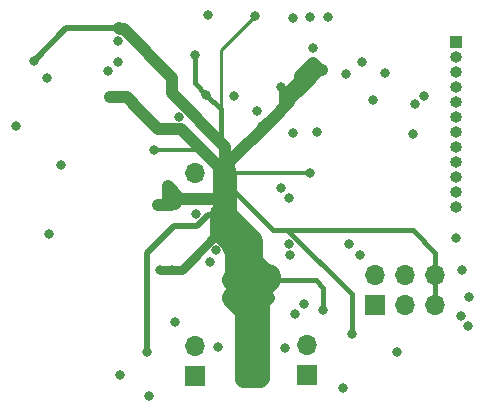
<source format=gbr>
%TF.GenerationSoftware,KiCad,Pcbnew,(5.1.6)-1*%
%TF.CreationDate,2021-10-06T19:04:01+02:00*%
%TF.ProjectId,DotBot,446f7442-6f74-42e6-9b69-6361645f7063,rev?*%
%TF.SameCoordinates,Original*%
%TF.FileFunction,Copper,L2,Inr*%
%TF.FilePolarity,Positive*%
%FSLAX46Y46*%
G04 Gerber Fmt 4.6, Leading zero omitted, Abs format (unit mm)*
G04 Created by KiCad (PCBNEW (5.1.6)-1) date 2021-10-06 19:04:01*
%MOMM*%
%LPD*%
G01*
G04 APERTURE LIST*
%TA.AperFunction,ViaPad*%
%ADD10O,1.000000X1.000000*%
%TD*%
%TA.AperFunction,ViaPad*%
%ADD11R,1.000000X1.000000*%
%TD*%
%TA.AperFunction,ViaPad*%
%ADD12O,1.700000X1.700000*%
%TD*%
%TA.AperFunction,ViaPad*%
%ADD13R,1.700000X1.700000*%
%TD*%
%TA.AperFunction,ViaPad*%
%ADD14C,0.500000*%
%TD*%
%TA.AperFunction,ViaPad*%
%ADD15C,0.800000*%
%TD*%
%TA.AperFunction,Conductor*%
%ADD16C,1.000000*%
%TD*%
%TA.AperFunction,Conductor*%
%ADD17C,2.000000*%
%TD*%
%TA.AperFunction,Conductor*%
%ADD18C,0.200000*%
%TD*%
%TA.AperFunction,Conductor*%
%ADD19C,0.400000*%
%TD*%
%TA.AperFunction,Conductor*%
%ADD20C,0.250000*%
%TD*%
%TA.AperFunction,Conductor*%
%ADD21C,0.500000*%
%TD*%
%TA.AperFunction,Conductor*%
%ADD22C,0.300000*%
%TD*%
%TA.AperFunction,Conductor*%
%ADD23C,1.500000*%
%TD*%
%TA.AperFunction,Conductor*%
%ADD24C,0.750000*%
%TD*%
G04 APERTURE END LIST*
D10*
%TO.N,P1_09*%
%TO.C,J5*%
X112800000Y-65070000D03*
%TO.N,P0_28*%
X112800000Y-63800000D03*
%TO.N,P0_02*%
X112800000Y-62530000D03*
%TO.N,P0_11*%
X112800000Y-61260000D03*
%TO.N,P0_15*%
X112800000Y-59990000D03*
%TO.N,P0_17*%
X112800000Y-58720000D03*
%TO.N,P0_04*%
X112800000Y-57450000D03*
%TO.N,P0_03*%
X112800000Y-56180000D03*
%TO.N,P0_05*%
X112800000Y-54910000D03*
%TO.N,P0_20*%
X112800000Y-53640000D03*
%TO.N,P0_29*%
X112800000Y-52370000D03*
D11*
%TO.N,P0_30*%
X112800000Y-51100000D03*
%TD*%
D12*
%TO.N,GND*%
%TO.C,J6*%
X111080000Y-70760000D03*
X111080000Y-73300000D03*
%TO.N,VDD*%
X108540000Y-70760000D03*
%TO.N,P0_09*%
X108540000Y-73300000D03*
%TO.N,P0_10*%
X106000000Y-70760000D03*
D13*
%TO.N,P0_31*%
X106000000Y-73300000D03*
%TD*%
D12*
%TO.N,Net-(C16-Pad2)*%
%TO.C,J2*%
X100200000Y-76760000D03*
D13*
%TO.N,Net-(C16-Pad1)*%
X100200000Y-79300000D03*
%TD*%
D12*
%TO.N,Net-(J4-Pad2)*%
%TO.C,J4*%
X90772000Y-62176000D03*
D13*
%TO.N,GND*%
X93312000Y-62176000D03*
%TD*%
D12*
%TO.N,Net-(C15-Pad2)*%
%TO.C,J1*%
X90750000Y-76810000D03*
D13*
%TO.N,Net-(C15-Pad1)*%
X90750000Y-79350000D03*
%TD*%
D14*
%TO.N,GND*%
%TO.C,U3*%
X97000000Y-71250000D03*
X97000000Y-72750000D03*
X95500000Y-71250000D03*
X95500000Y-72750000D03*
X94000000Y-71250000D03*
X94000000Y-72750000D03*
%TD*%
D15*
%TO.N,GND*%
X84300000Y-49900000D03*
X104000000Y-75800000D03*
X100700000Y-52850000D03*
X101500000Y-53450000D03*
X94625000Y-79675000D03*
X96575000Y-79625000D03*
X95299986Y-79099986D03*
X95825000Y-77975000D03*
X95650000Y-79875000D03*
X97974979Y-54850000D03*
X100450000Y-62175000D03*
X90700000Y-52150000D03*
X91700000Y-55550000D03*
X95800000Y-48850000D03*
X86700000Y-77300000D03*
X77100000Y-52650000D03*
X101600000Y-73800000D03*
X89600000Y-70350000D03*
X88750000Y-70350000D03*
X87750000Y-70350000D03*
X87637500Y-64912500D03*
X88450000Y-63300000D03*
X89000000Y-64750000D03*
X92799994Y-65550006D03*
X87250000Y-60200000D03*
X83500000Y-55750000D03*
X84550000Y-55750000D03*
X85450000Y-56300000D03*
%TO.N,+3V3*%
X84362357Y-79250010D03*
X91800000Y-48750000D03*
X84200000Y-51000000D03*
X103300000Y-80350000D03*
X75600000Y-58199996D03*
X78200000Y-54150000D03*
%TO.N,+6V*%
X89350000Y-57450000D03*
X90850000Y-65599982D03*
%TO.N,VDD*%
X99000000Y-49050000D03*
X105825000Y-56000000D03*
X101100000Y-58650000D03*
X94025728Y-55675728D03*
%TO.N,P0_30*%
X102000000Y-48950000D03*
X84250000Y-52800000D03*
%TO.N,P0_29*%
X100500000Y-48950000D03*
X83400000Y-53550000D03*
%TO.N,P0_02*%
X98011833Y-63469958D03*
X92000000Y-69700000D03*
%TO.N,P0_05*%
X103500000Y-53750000D03*
X98375000Y-76950000D03*
X99925000Y-73275000D03*
%TO.N,P0_04*%
X92700000Y-76875000D03*
X99000000Y-58750000D03*
X99200000Y-74100000D03*
%TO.N,P0_03*%
X96000000Y-56950000D03*
%TO.N,P0_17*%
X86800000Y-81000000D03*
X104874537Y-52770132D03*
X109400000Y-56350000D03*
X109200000Y-58850000D03*
X107800000Y-77300000D03*
%TO.N,P0_15*%
X106813516Y-53675904D03*
X110100000Y-55650000D03*
%TO.N,P0_10*%
X113900000Y-72700000D03*
%TO.N,P1_09*%
X98700000Y-68175000D03*
X112800000Y-67649996D03*
X103800000Y-68174998D03*
%TO.N,P0_11*%
X98750000Y-69125000D03*
X113350000Y-70350000D03*
X104700000Y-69125002D03*
%TO.N,P0_31*%
X113850000Y-75150000D03*
%TO.N,P0_28*%
X98700000Y-64249994D03*
X92497198Y-68712107D03*
%TO.N,P0_20*%
X100700000Y-51550000D03*
X78350000Y-67300000D03*
X79350000Y-61500000D03*
X89050000Y-74800000D03*
%TO.N,P0_09*%
X113250000Y-74250000D03*
%TD*%
D16*
%TO.N,GND*%
X101500000Y-53450000D02*
X101244000Y-53450000D01*
X101300000Y-53450000D02*
X100700000Y-52850000D01*
X101500000Y-53450000D02*
X101300000Y-53450000D01*
D17*
X95500000Y-71250000D02*
X95500000Y-69904998D01*
X95299986Y-74049986D02*
X94000000Y-72750000D01*
X95299986Y-79099986D02*
X95299986Y-74049986D01*
X95825000Y-72425000D02*
X97000000Y-71250000D01*
X95825000Y-77975000D02*
X95825000Y-72425000D01*
D16*
X96575000Y-73825000D02*
X94000000Y-71250000D01*
X96575000Y-79625000D02*
X96575000Y-73825000D01*
X96325000Y-79875000D02*
X96575000Y-79625000D01*
X95650000Y-79875000D02*
X96325000Y-79875000D01*
X94825000Y-79875000D02*
X94625000Y-79675000D01*
X95650000Y-79875000D02*
X94825000Y-79875000D01*
X94625000Y-73375000D02*
X94000000Y-72750000D01*
X94625000Y-79675000D02*
X94625000Y-73375000D01*
X96575000Y-73175000D02*
X97000000Y-72750000D01*
X96575000Y-79625000D02*
X96575000Y-73175000D01*
D18*
X100349000Y-62276000D02*
X100450000Y-62175000D01*
D16*
X99922000Y-54772000D02*
X98722000Y-55972000D01*
X101244000Y-53450000D02*
X99922000Y-54772000D01*
X93312000Y-61988000D02*
X93312000Y-62176000D01*
X98722000Y-55872000D02*
X98722000Y-55972000D01*
X98400000Y-55550000D02*
X98722000Y-55872000D01*
X99600000Y-54350000D02*
X98400000Y-55550000D01*
X99600000Y-53950000D02*
X99600000Y-54350000D01*
X100700000Y-52850000D02*
X99600000Y-53950000D01*
D19*
X90700000Y-54550000D02*
X91700000Y-55550000D01*
X90700000Y-52150000D02*
X90700000Y-54550000D01*
X91700000Y-55550000D02*
X92900000Y-56750000D01*
X93350000Y-62138000D02*
X93312000Y-62176000D01*
X92900000Y-56750000D02*
X92900000Y-62138000D01*
D20*
X92900000Y-51750000D02*
X92900000Y-56750000D01*
X95800000Y-48850000D02*
X92900000Y-51750000D01*
D17*
X97000000Y-71250000D02*
X97000000Y-70851000D01*
D21*
X84300000Y-49900000D02*
X79850000Y-49900000D01*
X79850000Y-49900000D02*
X77100000Y-52650000D01*
D22*
X93750001Y-72500001D02*
X94000000Y-72750000D01*
X93249999Y-72500001D02*
X93750001Y-72500001D01*
D18*
X100399000Y-62226000D02*
X100450000Y-62175000D01*
D16*
X93050000Y-62176000D02*
X92862000Y-61988000D01*
X93312000Y-62176000D02*
X93050000Y-62176000D01*
D22*
X97974979Y-57275021D02*
X97974979Y-54850000D01*
D16*
X96580002Y-58300000D02*
X96500000Y-58300000D01*
X98722000Y-55972000D02*
X98722000Y-56158002D01*
D19*
X97350000Y-67000000D02*
X93350000Y-63000000D01*
X111080000Y-68930000D02*
X109150000Y-67000000D01*
X111080000Y-70760000D02*
X111080000Y-68930000D01*
X111080000Y-73300000D02*
X111080000Y-70760000D01*
D16*
X93312000Y-61568002D02*
X97465001Y-57415001D01*
X93312000Y-62176000D02*
X93312000Y-61568002D01*
X97465001Y-57415001D02*
X96580002Y-58300000D01*
D23*
X94553998Y-68404998D02*
X97000000Y-70851000D01*
X94000000Y-68404998D02*
X94553998Y-68404998D01*
D17*
X95500000Y-71250000D02*
X95500000Y-67900000D01*
X93312000Y-65712000D02*
X93312000Y-62176000D01*
X95500000Y-67900000D02*
X93312000Y-65712000D01*
D19*
X97000000Y-71250000D02*
X100950000Y-71250000D01*
X101600000Y-71900000D02*
X101600000Y-73800000D01*
X100950000Y-71250000D02*
X101600000Y-71900000D01*
D17*
X94000000Y-71250000D02*
X94249999Y-71000001D01*
X94249999Y-68654997D02*
X94000000Y-68404998D01*
X94249999Y-71000001D02*
X94249999Y-68654997D01*
D24*
X93312000Y-66638000D02*
X93312000Y-62176000D01*
X89600000Y-70350000D02*
X93312000Y-66638000D01*
X87750000Y-70350000D02*
X89600000Y-70350000D01*
D23*
X92799994Y-67204992D02*
X92799994Y-65550006D01*
X94000000Y-68404998D02*
X92799994Y-67204992D01*
X93312000Y-65038000D02*
X92799994Y-65550006D01*
D16*
X92549999Y-64350001D02*
X93312000Y-63588000D01*
X89399999Y-64350001D02*
X92549999Y-64350001D01*
X89000000Y-64750000D02*
X89399999Y-64350001D01*
D23*
X93312000Y-63588000D02*
X93312000Y-65038000D01*
X93312000Y-62176000D02*
X93312000Y-63588000D01*
D16*
X89399999Y-64249999D02*
X89399999Y-64350001D01*
X88450000Y-63300000D02*
X89399999Y-64249999D01*
X88737498Y-64912500D02*
X89399999Y-64249999D01*
X87637500Y-64912500D02*
X88737498Y-64912500D01*
X88450000Y-64200000D02*
X89000000Y-64750000D01*
X88450000Y-63300000D02*
X88450000Y-64200000D01*
D22*
X93313000Y-62175000D02*
X93312000Y-62176000D01*
X100450000Y-62175000D02*
X93313000Y-62175000D01*
X91336000Y-60200000D02*
X93312000Y-62176000D01*
X87250000Y-60200000D02*
X91336000Y-60200000D01*
D19*
X98561002Y-67000000D02*
X97650000Y-67000000D01*
X104000000Y-72438998D02*
X98561002Y-67000000D01*
X104000000Y-75800000D02*
X104000000Y-72438998D01*
X97650000Y-67000000D02*
X97350000Y-67000000D01*
X109150000Y-67000000D02*
X97650000Y-67000000D01*
D22*
X97974979Y-55924979D02*
X98465001Y-56415001D01*
X97974979Y-54850000D02*
X97974979Y-55924979D01*
D16*
X98465001Y-56415001D02*
X97465001Y-57415001D01*
X98722000Y-56158002D02*
X98465001Y-56415001D01*
D21*
X91847984Y-65712000D02*
X93312000Y-65712000D01*
X90909984Y-66650000D02*
X91847984Y-65712000D01*
X86700000Y-68900000D02*
X88950000Y-66650000D01*
X88950000Y-66650000D02*
X90909984Y-66650000D01*
X86700000Y-77300000D02*
X86700000Y-68900000D01*
D16*
X89586001Y-58450001D02*
X93312000Y-62176000D01*
X87600001Y-58450001D02*
X89586001Y-58450001D01*
X85450000Y-56300000D02*
X87600001Y-58450001D01*
X84680001Y-49999999D02*
X88800000Y-54119998D01*
X84399999Y-49999999D02*
X84680001Y-49999999D01*
X84300000Y-49900000D02*
X84399999Y-49999999D01*
X93312000Y-59931998D02*
X93312000Y-62176000D01*
X88800000Y-55419998D02*
X93312000Y-59931998D01*
X88800000Y-54119998D02*
X88800000Y-55419998D01*
X85450000Y-56300000D02*
X85450000Y-56250000D01*
X84950000Y-55750000D02*
X83500000Y-55750000D01*
X85450000Y-56250000D02*
X84950000Y-55750000D01*
%TD*%
M02*

</source>
